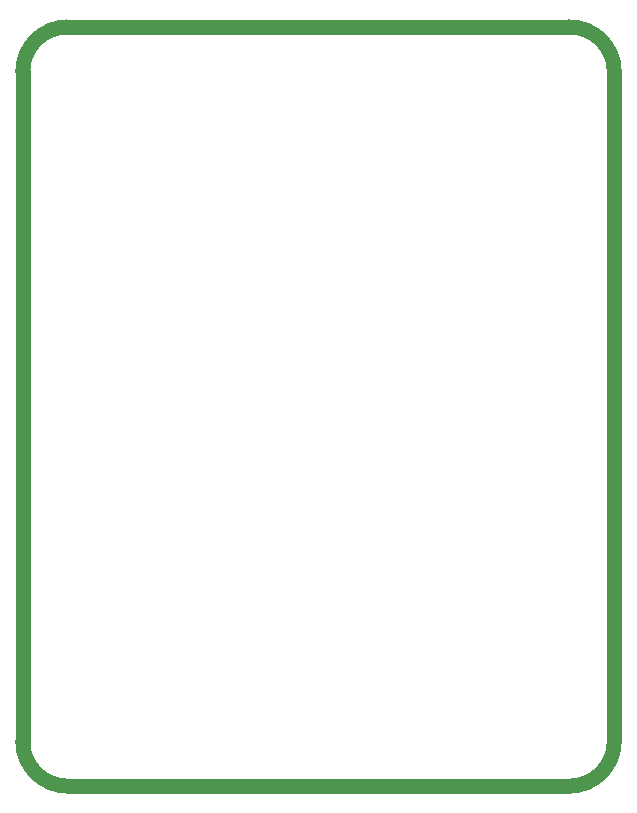
<source format=gko>
G04*
G04 #@! TF.GenerationSoftware,Altium Limited,Altium Designer,21.0.8 (223)*
G04*
G04 Layer_Color=16711935*
%FSLAX25Y25*%
%MOIN*%
G70*
G04*
G04 #@! TF.SameCoordinates,10D31124-10DE-4426-A125-9D81246FB524*
G04*
G04*
G04 #@! TF.FilePolarity,Positive*
G04*
G01*
G75*
%ADD99C,0.05000*%
D99*
X0Y238090D02*
G03*
X-15000Y223091I0J-15000D01*
G01*
X182220D02*
G03*
X167220Y238090I-15000J0D01*
G01*
X-15000Y0D02*
G03*
X0Y-15000I15000J0D01*
G01*
X167220D02*
G03*
X182220Y0I0J15000D01*
G01*
X0Y238091D02*
X167220D01*
X-15000Y0D02*
Y223091D01*
X182220Y0D02*
Y223091D01*
X0Y-15000D02*
X167220D01*
M02*

</source>
